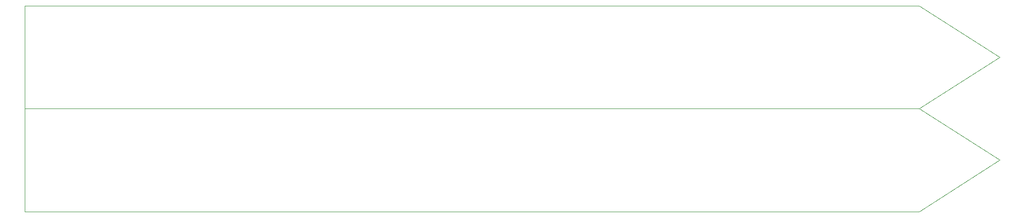
<source format=gbr>
G04 #@! TF.FileFunction,Profile,NP*
%FSLAX46Y46*%
G04 Gerber Fmt 4.6, Leading zero omitted, Abs format (unit mm)*
G04 Created by KiCad (PCBNEW no-vcs-found-undefined) date Fri Nov 11 20:13:07 2016*
%MOMM*%
%LPD*%
G01*
G04 APERTURE LIST*
%ADD10C,0.100000*%
G04 APERTURE END LIST*
D10*
X236000000Y-64000000D02*
X80000000Y-64000000D01*
X80000000Y-64000000D02*
X80000000Y-82000000D01*
X80000000Y-82000000D02*
X236000000Y-82000000D01*
X250000000Y-73000000D02*
X236000000Y-64000000D01*
X250000000Y-73000000D02*
X236000000Y-82000000D01*
X250000000Y-91000000D02*
X236000000Y-100000000D01*
X250000000Y-91000000D02*
X236000000Y-82000000D01*
X80000000Y-100000000D02*
X236000000Y-100000000D01*
X80000000Y-82000000D02*
X80000000Y-100000000D01*
X236000000Y-82000000D02*
X80000000Y-82000000D01*
M02*

</source>
